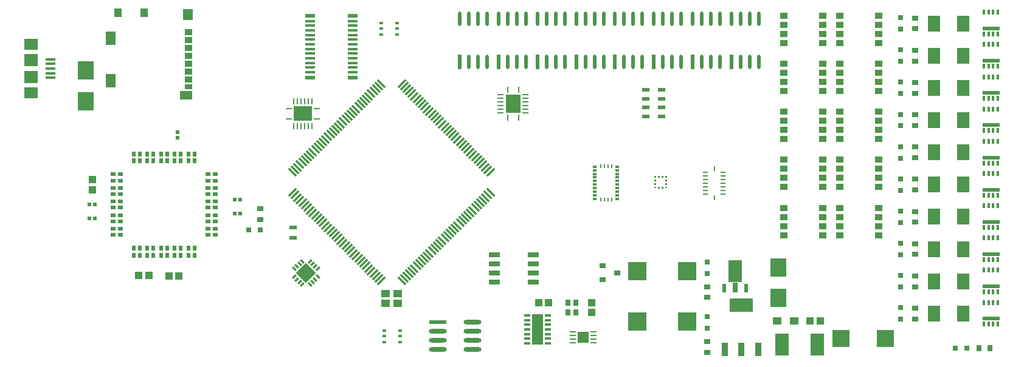
<source format=gbr>
%TF.GenerationSoftware,Altium Limited,Altium Designer,22.4.2 (48)*%
G04 Layer_Color=8421504*
%FSLAX45Y45*%
%MOMM*%
%TF.SameCoordinates,3A7B4B19-9BDF-4AC5-8A71-DEF6C9DA19E2*%
%TF.FilePolarity,Positive*%
%TF.FileFunction,Paste,Top*%
%TF.Part,Single*%
G01*
G75*
%TA.AperFunction,SMDPad,CuDef*%
G04:AMPARAMS|DCode=20|XSize=0.3mm|YSize=1.5mm|CornerRadius=0mm|HoleSize=0mm|Usage=FLASHONLY|Rotation=315.000|XOffset=0mm|YOffset=0mm|HoleType=Round|Shape=Rectangle|*
%AMROTATEDRECTD20*
4,1,4,-0.63640,-0.42426,0.42426,0.63640,0.63640,0.42426,-0.42426,-0.63640,-0.63640,-0.42426,0.0*
%
%ADD20ROTATEDRECTD20*%

G04:AMPARAMS|DCode=21|XSize=0.3mm|YSize=1.5mm|CornerRadius=0mm|HoleSize=0mm|Usage=FLASHONLY|Rotation=45.000|XOffset=0mm|YOffset=0mm|HoleType=Round|Shape=Rectangle|*
%AMROTATEDRECTD21*
4,1,4,0.42426,-0.63640,-0.63640,0.42426,-0.42426,0.63640,0.63640,-0.42426,0.42426,-0.63640,0.0*
%
%ADD21ROTATEDRECTD21*%

%ADD22R,0.28000X0.85000*%
%ADD23R,0.40640X0.68580*%
%ADD24R,1.14000X0.91000*%
%ADD25O,0.50000X2.00000*%
%ADD26R,0.67500X0.25000*%
%ADD27R,0.80000X0.80000*%
%ADD28R,1.05000X1.10000*%
%ADD29R,2.35000X2.45000*%
%ADD30R,0.90000X1.85000*%
%ADD31R,0.55000X1.30000*%
%ADD32R,0.80000X0.80000*%
%ADD33R,3.20000X1.85000*%
%ADD34R,1.10000X0.60000*%
%TA.AperFunction,ConnectorPad*%
%ADD35R,1.35000X0.40000*%
%TA.AperFunction,SMDPad,CuDef*%
%ADD36R,2.05000X2.55000*%
%ADD37R,0.85000X0.28000*%
%TA.AperFunction,SMDPad,SMDef*%
%ADD38R,0.25000X0.47500*%
%ADD39R,0.47500X0.35000*%
%TA.AperFunction,ConnectorPad*%
%ADD41R,1.35000X0.60000*%
%TA.AperFunction,SMDPad,CuDef*%
%ADD42R,2.55000X2.05000*%
%ADD43R,1.35000X1.55000*%
%ADD44R,1.10000X0.85000*%
%TA.AperFunction,ConnectorPad*%
%ADD45R,1.90000X1.80000*%
%TA.AperFunction,SMDPad,CuDef*%
%ADD46R,1.80000X1.17000*%
%ADD49R,1.10000X1.05000*%
%ADD50R,0.90000X0.80000*%
%ADD51R,1.52500X0.65000*%
%ADD52R,0.80000X0.90000*%
G04:AMPARAMS|DCode=53|XSize=0.85mm|YSize=0.25mm|CornerRadius=0.125mm|HoleSize=0mm|Usage=FLASHONLY|Rotation=0.000|XOffset=0mm|YOffset=0mm|HoleType=Round|Shape=RoundedRectangle|*
%AMROUNDEDRECTD53*
21,1,0.85000,0.00000,0,0,0.0*
21,1,0.60000,0.25000,0,0,0.0*
1,1,0.25000,0.30000,0.00000*
1,1,0.25000,-0.30000,0.00000*
1,1,0.25000,-0.30000,0.00000*
1,1,0.25000,0.30000,0.00000*
%
%ADD53ROUNDEDRECTD53*%
%ADD54R,1.50000X1.60000*%
%ADD55R,0.85000X0.35000*%
%ADD56R,1.20000X1.00000*%
%ADD57R,1.65000X4.25000*%
G04:AMPARAMS|DCode=58|XSize=2.46916mm|YSize=0.62213mm|CornerRadius=0.31107mm|HoleSize=0mm|Usage=FLASHONLY|Rotation=0.000|XOffset=0mm|YOffset=0mm|HoleType=Round|Shape=RoundedRectangle|*
%AMROUNDEDRECTD58*
21,1,2.46916,0.00000,0,0,0.0*
21,1,1.84702,0.62213,0,0,0.0*
1,1,0.62213,0.92351,0.00000*
1,1,0.62213,-0.92351,0.00000*
1,1,0.62213,-0.92351,0.00000*
1,1,0.62213,0.92351,0.00000*
%
%ADD58ROUNDEDRECTD58*%
%ADD59P,2.82843X4X180.0*%
G04:AMPARAMS|DCode=60|XSize=0.65mm|YSize=0.25mm|CornerRadius=0mm|HoleSize=0mm|Usage=FLASHONLY|Rotation=45.000|XOffset=0mm|YOffset=0mm|HoleType=Round|Shape=Rectangle|*
%AMROTATEDRECTD60*
4,1,4,-0.14142,-0.31820,-0.31820,-0.14142,0.14142,0.31820,0.31820,0.14142,-0.14142,-0.31820,0.0*
%
%ADD60ROTATEDRECTD60*%

%ADD61R,0.60000X0.40000*%
%ADD62R,0.90000X0.70000*%
%ADD63R,2.43840X0.55880*%
%ADD65R,1.78000X2.16000*%
%ADD66R,2.46916X0.62213*%
%ADD67R,0.80000X1.47500*%
%ADD68R,1.85000X3.12500*%
%ADD69R,0.70000X0.90000*%
%ADD70R,0.51535X0.47247*%
%ADD71R,0.47247X0.51535*%
%ADD72R,2.30000X2.50000*%
%ADD73R,0.50000X2.00000*%
%ADD74R,2.50000X2.50000*%
%ADD75R,1.15000X1.00000*%
%ADD76R,1.95580X3.14960*%
%ADD77R,0.25000X0.67500*%
%ADD79R,1.35000X1.90000*%
%ADD80R,1.00000X1.20000*%
%ADD81R,1.10000X0.75000*%
G04:AMPARAMS|DCode=82|XSize=0.65mm|YSize=0.25mm|CornerRadius=0mm|HoleSize=0mm|Usage=FLASHONLY|Rotation=135.000|XOffset=0mm|YOffset=0mm|HoleType=Round|Shape=Rectangle|*
%AMROTATEDRECTD82*
4,1,4,0.31820,-0.14142,0.14142,-0.31820,-0.31820,0.14142,-0.14142,0.31820,0.31820,-0.14142,0.0*
%
%ADD82ROTATEDRECTD82*%

%TA.AperFunction,Conductor*%
%ADD84R,1.89997X1.57500*%
%TA.AperFunction,NonConductor*%
%ADD133R,0.58003X0.71999*%
%ADD134R,0.57998X0.71999*%
%ADD135R,0.72004X0.57998*%
%ADD136R,0.71999X0.57998*%
%ADD137R,0.71999X0.58003*%
%ADD138R,0.72004X0.58003*%
G36*
X10851416Y3502119D02*
X10852119Y3501416D01*
X10852500Y3500497D01*
Y3500000D01*
Y3480000D01*
Y3479503D01*
X10852119Y3478584D01*
X10851416Y3477881D01*
X10850497Y3477500D01*
X10827002D01*
X10826084Y3477881D01*
X10825380Y3478584D01*
X10825000Y3479503D01*
Y3480000D01*
Y3500000D01*
Y3500497D01*
X10825380Y3501416D01*
X10826084Y3502119D01*
X10827002Y3502500D01*
X10827500D01*
Y3502500D01*
X10850000Y3502500D01*
X10850497D01*
X10851416Y3502119D01*
D02*
G37*
G36*
Y3452119D02*
X10852119Y3451416D01*
X10852500Y3450497D01*
Y3450000D01*
Y3430000D01*
Y3429503D01*
X10852119Y3428584D01*
X10851416Y3427880D01*
X10850497Y3427500D01*
X10850000D01*
Y3427500D01*
X10827500Y3427500D01*
X10827002D01*
X10826084Y3427880D01*
X10825380Y3428584D01*
X10825000Y3429503D01*
Y3430000D01*
Y3450000D01*
Y3450497D01*
X10825380Y3451416D01*
X10826084Y3452119D01*
X10827002Y3452500D01*
X10850497D01*
X10851416Y3452119D01*
D02*
G37*
G36*
X10901416D02*
X10902119Y3451416D01*
X10902500Y3450497D01*
Y3450000D01*
X10902500D01*
X10902500Y3427500D01*
Y3427003D01*
X10902119Y3426084D01*
X10901416Y3425380D01*
X10900497Y3425000D01*
X10879502D01*
X10878584Y3425380D01*
X10877880Y3426084D01*
X10877500Y3427003D01*
Y3427500D01*
Y3450000D01*
Y3450497D01*
X10877880Y3451416D01*
X10878584Y3452119D01*
X10879502Y3452500D01*
X10900497D01*
X10901416Y3452119D01*
D02*
G37*
G36*
X10850000Y3552500D02*
X10850497D01*
X10851416Y3552119D01*
X10852119Y3551416D01*
X10852500Y3550497D01*
Y3550000D01*
D01*
Y3530000D01*
Y3529503D01*
X10852119Y3528584D01*
X10851416Y3527880D01*
X10850497Y3527500D01*
X10850000D01*
Y3527500D01*
X10827500Y3527500D01*
X10827002D01*
X10826084Y3527880D01*
X10825380Y3528584D01*
X10825000Y3529503D01*
Y3530000D01*
D01*
Y3550000D01*
Y3550497D01*
X10825380Y3551416D01*
X10826084Y3552119D01*
X10827002Y3552500D01*
X10827500D01*
D01*
X10850000D01*
D02*
G37*
G36*
X10852500Y3580000D02*
Y3579503D01*
X10852119Y3578584D01*
X10851416Y3577881D01*
X10850497Y3577500D01*
X10850000D01*
D01*
X10827500D01*
X10827002D01*
X10826084Y3577881D01*
X10825380Y3578584D01*
X10825000Y3579503D01*
Y3580000D01*
D01*
Y3600000D01*
Y3600497D01*
X10825380Y3601416D01*
X10826084Y3602120D01*
X10827002Y3602500D01*
X10827500D01*
Y3602500D01*
X10850000Y3602500D01*
X10850497D01*
X10851416Y3602120D01*
X10852119Y3601416D01*
X10852500Y3600497D01*
Y3600000D01*
D01*
Y3580000D01*
D02*
G37*
G36*
X10877500D02*
Y3602500D01*
Y3602997D01*
X10877880Y3603916D01*
X10878584Y3604619D01*
X10879502Y3605000D01*
X10880000D01*
D01*
X10900000D01*
X10900497D01*
X10901416Y3604619D01*
X10902119Y3603916D01*
X10902500Y3602997D01*
Y3602500D01*
X10902500D01*
X10902500Y3580000D01*
Y3579503D01*
X10902119Y3578584D01*
X10901416Y3577881D01*
X10900497Y3577500D01*
X10900000D01*
D01*
X10880000D01*
X10879502D01*
X10878584Y3577881D01*
X10877880Y3578584D01*
X10877500Y3579503D01*
Y3580000D01*
D01*
D02*
G37*
G36*
X10927500Y3450000D02*
Y3450497D01*
X10927880Y3451416D01*
X10928583Y3452119D01*
X10929502Y3452500D01*
X10930000D01*
D01*
X10950000D01*
X10950497D01*
X10951416Y3452119D01*
X10952119Y3451416D01*
X10952500Y3450497D01*
Y3450000D01*
D01*
Y3427500D01*
Y3427003D01*
X10952119Y3426084D01*
X10951416Y3425380D01*
X10950497Y3425000D01*
X10950000D01*
D01*
X10930000D01*
X10929502D01*
X10928583Y3425380D01*
X10927880Y3426084D01*
X10927500Y3427003D01*
Y3427500D01*
X10927500D01*
X10927500Y3450000D01*
D02*
G37*
G36*
X11002500Y3452500D02*
X11002997D01*
X11003916Y3452119D01*
X11004619Y3451416D01*
X11005000Y3450497D01*
Y3450000D01*
D01*
Y3430000D01*
Y3429503D01*
X11004619Y3428584D01*
X11003916Y3427880D01*
X11002997Y3427500D01*
X11002500D01*
Y3427500D01*
X10980000Y3427500D01*
X10979503D01*
X10978584Y3427880D01*
X10977880Y3428584D01*
X10977500Y3429503D01*
Y3430000D01*
D01*
Y3450000D01*
Y3450497D01*
X10977880Y3451416D01*
X10978584Y3452119D01*
X10979503Y3452500D01*
X10980000D01*
D01*
X11002500D01*
D02*
G37*
G36*
X10977500Y3480000D02*
Y3500000D01*
Y3500497D01*
X10977880Y3501416D01*
X10978584Y3502119D01*
X10979503Y3502500D01*
X10980000D01*
Y3502500D01*
X11002500Y3502500D01*
X11002997D01*
X11003916Y3502119D01*
X11004619Y3501416D01*
X11005000Y3500497D01*
Y3500000D01*
D01*
Y3480000D01*
Y3479503D01*
X11004619Y3478584D01*
X11003916Y3477881D01*
X11002997Y3477500D01*
X11002500D01*
D01*
X10980000D01*
X10979503D01*
X10978584Y3477881D01*
X10977880Y3478584D01*
X10977500Y3479503D01*
Y3480000D01*
D01*
D02*
G37*
G36*
X11003916Y3602120D02*
X11004619Y3601416D01*
X11005000Y3600497D01*
Y3600000D01*
Y3580000D01*
Y3579503D01*
X11004619Y3578584D01*
X11003916Y3577881D01*
X11002997Y3577500D01*
X10979503D01*
X10978584Y3577881D01*
X10977880Y3578584D01*
X10977500Y3579503D01*
Y3580000D01*
Y3600000D01*
Y3600497D01*
X10977880Y3601416D01*
X10978584Y3602120D01*
X10979503Y3602500D01*
X10980000D01*
Y3602500D01*
X11002500Y3602500D01*
X11002997D01*
X11003916Y3602120D01*
D02*
G37*
G36*
X10951416Y3604619D02*
X10952119Y3603916D01*
X10952500Y3602997D01*
Y3602500D01*
Y3580000D01*
Y3579503D01*
X10952119Y3578584D01*
X10951416Y3577881D01*
X10950497Y3577500D01*
X10929502D01*
X10928583Y3577881D01*
X10927880Y3578584D01*
X10927500Y3579503D01*
Y3580000D01*
X10927500D01*
X10927500Y3602500D01*
Y3602997D01*
X10927880Y3603916D01*
X10928583Y3604619D01*
X10929502Y3605000D01*
X10950497D01*
X10951416Y3604619D01*
D02*
G37*
G36*
X11003916Y3552119D02*
X11004619Y3551416D01*
X11005000Y3550497D01*
Y3550000D01*
Y3530000D01*
Y3529503D01*
X11004619Y3528584D01*
X11003916Y3527880D01*
X11002997Y3527500D01*
X11002500D01*
Y3527500D01*
X10980000Y3527500D01*
X10979503D01*
X10978584Y3527880D01*
X10977880Y3528584D01*
X10977500Y3529503D01*
Y3530000D01*
Y3550000D01*
Y3550497D01*
X10977880Y3551416D01*
X10978584Y3552119D01*
X10979503Y3552500D01*
X11002997D01*
X11003916Y3552119D01*
D02*
G37*
D20*
X6141117Y3016168D02*
D03*
X6423959Y2733325D02*
D03*
X6530024Y2627262D02*
D03*
X6565381Y2591904D02*
D03*
X6600734Y2556551D02*
D03*
X6706802Y2450484D02*
D03*
X6671445Y2485841D02*
D03*
X6636091Y2521194D02*
D03*
X6211828Y2945457D02*
D03*
X6388602Y2768682D02*
D03*
X6105760Y3051525D02*
D03*
X6070407Y3086878D02*
D03*
X5858275Y3299010D02*
D03*
X5822918Y3334367D02*
D03*
X6176471Y2980814D02*
D03*
X7661396Y4536446D02*
D03*
X8121012Y4076829D02*
D03*
X6035050Y3122235D02*
D03*
X6494670Y2662615D02*
D03*
X6989644Y2167641D02*
D03*
X7307843Y4889999D02*
D03*
X7343196Y4854645D02*
D03*
X7378553Y4819288D02*
D03*
X7413907Y4783935D02*
D03*
X7449264Y4748578D02*
D03*
X7484617Y4713224D02*
D03*
X7519975Y4677867D02*
D03*
X7555328Y4642514D02*
D03*
X7590685Y4607157D02*
D03*
X7626039Y4571803D02*
D03*
X7696749Y4501093D02*
D03*
X7732106Y4465736D02*
D03*
X7767460Y4430382D02*
D03*
X7802817Y4395025D02*
D03*
X7838170Y4359671D02*
D03*
X7873528Y4324314D02*
D03*
X7908881Y4288961D02*
D03*
X7944238Y4253604D02*
D03*
X7979591Y4218250D02*
D03*
X8014948Y4182893D02*
D03*
X8050302Y4147540D02*
D03*
X8085659Y4112183D02*
D03*
X8156370Y4041472D02*
D03*
X8191723Y4006119D02*
D03*
X8227080Y3970762D02*
D03*
X8262434Y3935408D02*
D03*
X8297791Y3900051D02*
D03*
X8333144Y3864698D02*
D03*
X8368501Y3829341D02*
D03*
X8403854Y3793987D02*
D03*
X8439211Y3758630D02*
D03*
X8474565Y3723277D02*
D03*
X8509922Y3687920D02*
D03*
X8545276Y3652566D02*
D03*
X7024997Y2132288D02*
D03*
X6954287Y2202998D02*
D03*
X6918933Y2238352D02*
D03*
X6883576Y2273709D02*
D03*
X6848223Y2309062D02*
D03*
X6812866Y2344419D02*
D03*
X6777512Y2379773D02*
D03*
X6742155Y2415130D02*
D03*
X6459313Y2697972D02*
D03*
X6353249Y2804036D02*
D03*
X6317892Y2839393D02*
D03*
X6282538Y2874747D02*
D03*
X6247181Y2910104D02*
D03*
X5999696Y3157589D02*
D03*
X5964339Y3192946D02*
D03*
X5928986Y3228299D02*
D03*
X5893629Y3263656D02*
D03*
X5787565Y3369720D02*
D03*
D21*
X8227080Y3051528D02*
D03*
X8262434Y3086882D02*
D03*
X8297791Y3122239D02*
D03*
X8333144Y3157592D02*
D03*
X6671448Y4536446D02*
D03*
X6706805Y4571803D02*
D03*
X7626039Y2450487D02*
D03*
X7590685Y2415134D02*
D03*
X6742159Y4607157D02*
D03*
X5999700Y3864698D02*
D03*
X6035053Y3900051D02*
D03*
X6848226Y4713224D02*
D03*
X6459317Y4324315D02*
D03*
X6423963Y4288961D02*
D03*
X8509922Y3334371D02*
D03*
X8014948Y2839397D02*
D03*
X6636095Y4501093D02*
D03*
X8545276Y3369724D02*
D03*
X8474565Y3299013D02*
D03*
X8439211Y3263660D02*
D03*
X8403854Y3228303D02*
D03*
X8368501Y3192949D02*
D03*
X8191723Y3016171D02*
D03*
X8156370Y2980818D02*
D03*
X8121012Y2945461D02*
D03*
X8085659Y2910107D02*
D03*
X8050302Y2874750D02*
D03*
X7979591Y2804040D02*
D03*
X7944238Y2768686D02*
D03*
X7908881Y2733329D02*
D03*
X7873527Y2697976D02*
D03*
X7838170Y2662619D02*
D03*
X7802817Y2627265D02*
D03*
X7767460Y2591908D02*
D03*
X7732106Y2556555D02*
D03*
X7696749Y2521198D02*
D03*
X7661396Y2485844D02*
D03*
X7555328Y2379777D02*
D03*
X7519975Y2344423D02*
D03*
X7484617Y2309066D02*
D03*
X7449264Y2273712D02*
D03*
X7413907Y2238355D02*
D03*
X7378553Y2203002D02*
D03*
X7343196Y2167645D02*
D03*
X7307843Y2132291D02*
D03*
X5787568Y3652566D02*
D03*
X5822922Y3687920D02*
D03*
X5858279Y3723277D02*
D03*
X5893632Y3758630D02*
D03*
X5928989Y3793987D02*
D03*
X5964343Y3829341D02*
D03*
X6070411Y3935408D02*
D03*
X6105764Y3970762D02*
D03*
X6141121Y4006119D02*
D03*
X6176474Y4041472D02*
D03*
X6211831Y4076829D02*
D03*
X6247185Y4112183D02*
D03*
X6282542Y4147540D02*
D03*
X6317895Y4182893D02*
D03*
X6353252Y4218250D02*
D03*
X6388606Y4253604D02*
D03*
X6494674Y4359672D02*
D03*
X6530027Y4395025D02*
D03*
X6565384Y4430382D02*
D03*
X6600738Y4465736D02*
D03*
X6777516Y4642514D02*
D03*
X6812869Y4677867D02*
D03*
X6883580Y4748578D02*
D03*
X6918937Y4783935D02*
D03*
X6954290Y4819288D02*
D03*
X6989647Y4854645D02*
D03*
X7025001Y4889999D02*
D03*
D22*
X5807500Y4642500D02*
D03*
X8784999Y4412499D02*
D03*
X5907500Y4642500D02*
D03*
X6057500D02*
D03*
X6007500D02*
D03*
X5957500D02*
D03*
X5857500D02*
D03*
X5807500Y4297500D02*
D03*
X5857500D02*
D03*
X5907500Y4297500D02*
D03*
X5957500D02*
D03*
X6007500D02*
D03*
X6057500D02*
D03*
X8784999Y4807500D02*
D03*
X8935002Y4412499D02*
D03*
Y4807500D02*
D03*
D23*
X15610001Y5884997D02*
D03*
X15545001D02*
D03*
X15545004Y5434997D02*
D03*
X15480003Y5884997D02*
D03*
X15480005Y5434997D02*
D03*
X15610002D02*
D03*
X15480005Y4984997D02*
D03*
X15545004D02*
D03*
X15610002D02*
D03*
X15609998Y4534997D02*
D03*
X15545004Y4084997D02*
D03*
X15610002D02*
D03*
X15480000Y4534997D02*
D03*
X15545000D02*
D03*
X15480005Y4084997D02*
D03*
Y3634998D02*
D03*
X15610002D02*
D03*
X15545004D02*
D03*
X15609998Y3184998D02*
D03*
X15545004Y2734998D02*
D03*
X15610002D02*
D03*
X15480000Y3184998D02*
D03*
X15545000D02*
D03*
X15480005Y2734998D02*
D03*
X15609998Y2284998D02*
D03*
X15545000Y1834998D02*
D03*
X15609998D02*
D03*
X15545000Y2284998D02*
D03*
X15480000D02*
D03*
Y1834998D02*
D03*
X15415004Y5582737D02*
D03*
X15480003D02*
D03*
X15545001D02*
D03*
X15610001D02*
D03*
X15415004Y5884997D02*
D03*
X15415001Y1532738D02*
D03*
X15480000D02*
D03*
X15545000D02*
D03*
X15609998D02*
D03*
X15415001Y1834998D02*
D03*
X15415007Y3634998D02*
D03*
X15610002Y3332738D02*
D03*
X15545004D02*
D03*
X15480005D02*
D03*
X15415007D02*
D03*
Y2734998D02*
D03*
X15610002Y2432738D02*
D03*
X15545004D02*
D03*
X15480005D02*
D03*
X15415007D02*
D03*
X15415001Y4534997D02*
D03*
X15609998Y4232737D02*
D03*
X15545000D02*
D03*
X15480000D02*
D03*
X15415001D02*
D03*
X15415007Y5434997D02*
D03*
X15610002Y5132737D02*
D03*
X15545004D02*
D03*
X15480005D02*
D03*
X15415007D02*
D03*
X15415001Y3184998D02*
D03*
X15609998Y2882738D02*
D03*
X15545000D02*
D03*
X15480000D02*
D03*
X15415001D02*
D03*
X15415007Y4084997D02*
D03*
X15610002Y3782737D02*
D03*
X15545004D02*
D03*
X15480005D02*
D03*
X15415007D02*
D03*
X15415001Y2284998D02*
D03*
X15609998Y1982738D02*
D03*
X15545000D02*
D03*
X15480000D02*
D03*
X15415001D02*
D03*
X15415007Y4984997D02*
D03*
X15610002Y4682737D02*
D03*
X15545004D02*
D03*
X15480005D02*
D03*
X15415007D02*
D03*
D24*
X13406996Y5454500D02*
D03*
Y5708500D02*
D03*
Y5038500D02*
D03*
Y4784500D02*
D03*
X12626997Y5708500D02*
D03*
Y5454500D02*
D03*
Y5038500D02*
D03*
X13406996Y4368501D02*
D03*
Y4114501D02*
D03*
Y3698501D02*
D03*
X12626997Y4784500D02*
D03*
Y4368501D02*
D03*
Y4114501D02*
D03*
Y3698501D02*
D03*
X13406996Y3444501D02*
D03*
X12626997D02*
D03*
X13406996Y2774501D02*
D03*
Y3028501D02*
D03*
X12626997D02*
D03*
Y2774501D02*
D03*
X13406996Y5835500D02*
D03*
Y5581500D02*
D03*
X13952995Y5835500D02*
D03*
Y5708500D02*
D03*
Y5581500D02*
D03*
Y5454500D02*
D03*
X12626997Y3155501D02*
D03*
Y2901501D02*
D03*
X13172997Y3155501D02*
D03*
Y3028501D02*
D03*
Y2901501D02*
D03*
Y2774501D02*
D03*
X13406996Y3155501D02*
D03*
Y2901501D02*
D03*
X13952995Y3155501D02*
D03*
Y3028501D02*
D03*
Y2901501D02*
D03*
Y2774501D02*
D03*
X12626997Y3825501D02*
D03*
Y3571501D02*
D03*
X13172997Y3825501D02*
D03*
Y3698501D02*
D03*
Y3571501D02*
D03*
Y3444501D02*
D03*
X13406996Y3825501D02*
D03*
Y3571501D02*
D03*
X13952995Y3825501D02*
D03*
Y3698501D02*
D03*
Y3571501D02*
D03*
Y3444501D02*
D03*
X12626997Y4495501D02*
D03*
Y4241501D02*
D03*
X13172997Y4495501D02*
D03*
Y4368501D02*
D03*
Y4241501D02*
D03*
Y4114501D02*
D03*
X13406996Y4495501D02*
D03*
Y4241501D02*
D03*
X13952995Y4495501D02*
D03*
Y4368501D02*
D03*
Y4241501D02*
D03*
Y4114501D02*
D03*
X12626997Y5165500D02*
D03*
Y4911500D02*
D03*
X13172997Y5165500D02*
D03*
Y5038500D02*
D03*
Y4911500D02*
D03*
Y4784500D02*
D03*
X13406996Y5165500D02*
D03*
Y4911500D02*
D03*
X13952995Y5165500D02*
D03*
Y5038500D02*
D03*
Y4911500D02*
D03*
Y4784500D02*
D03*
X12626997Y5835500D02*
D03*
Y5581500D02*
D03*
X13172997Y5835500D02*
D03*
Y5708500D02*
D03*
Y5581500D02*
D03*
Y5454500D02*
D03*
D25*
X12279997Y5190000D02*
D03*
X11199997D02*
D03*
X11739997D02*
D03*
X10659997D02*
D03*
X10119997D02*
D03*
X9579997D02*
D03*
X9039997D02*
D03*
X8499997D02*
D03*
X9579997Y5789998D02*
D03*
X9452997D02*
D03*
X9325997D02*
D03*
X9198997D02*
D03*
X9452997Y5190000D02*
D03*
X9325997D02*
D03*
X10119997Y5789998D02*
D03*
X9992997D02*
D03*
X9865997D02*
D03*
X9738997D02*
D03*
X9992997Y5190000D02*
D03*
X9865997D02*
D03*
X9039997Y5789998D02*
D03*
X8912997D02*
D03*
X8785997D02*
D03*
X8658997D02*
D03*
X8912997Y5190000D02*
D03*
X8785997D02*
D03*
X8245997D02*
D03*
X8372997D02*
D03*
X8118997Y5789998D02*
D03*
X8245997D02*
D03*
X8372997D02*
D03*
X8499997D02*
D03*
X11199997D02*
D03*
X11072997D02*
D03*
X10945997D02*
D03*
X10818997D02*
D03*
X11072997Y5190000D02*
D03*
X10945997D02*
D03*
X12279997Y5789998D02*
D03*
X12152997D02*
D03*
X12025997D02*
D03*
X11898997D02*
D03*
X12152997Y5190000D02*
D03*
X12025997D02*
D03*
X10659997Y5789998D02*
D03*
X10532997D02*
D03*
X10405997D02*
D03*
X10278997D02*
D03*
X10532997Y5190000D02*
D03*
X10405997D02*
D03*
X11739997Y5789998D02*
D03*
X11612997D02*
D03*
X11485997D02*
D03*
X11358997D02*
D03*
X11612997Y5190000D02*
D03*
X11485997D02*
D03*
D26*
X11786250Y3600000D02*
D03*
Y3500000D02*
D03*
Y3400000D02*
D03*
Y3349998D02*
D03*
Y3649997D02*
D03*
Y3549997D02*
D03*
Y3449998D02*
D03*
X11533749Y3349998D02*
D03*
Y3400000D02*
D03*
Y3449998D02*
D03*
Y3500000D02*
D03*
Y3549997D02*
D03*
Y3600000D02*
D03*
Y3649997D02*
D03*
D27*
X15020001Y1195001D02*
D03*
X5180000Y2845000D02*
D03*
X5340000D02*
D03*
X15180000Y1195001D02*
D03*
D28*
X13135001Y1575001D02*
D03*
X9215000Y1830000D02*
D03*
X3650000Y2210000D02*
D03*
X4205000Y2205000D02*
D03*
X9355000Y1830000D02*
D03*
X3790000Y2210000D02*
D03*
X4065000Y2205000D02*
D03*
X12995003Y1575001D02*
D03*
D29*
X13425002Y1335002D02*
D03*
X14045000D02*
D03*
D30*
X12040000Y1180000D02*
D03*
X11810000D02*
D03*
X12270000D02*
D03*
D31*
X11800000Y2031200D02*
D03*
X12100000D02*
D03*
D32*
X11560001Y2395002D02*
D03*
Y1635000D02*
D03*
X14255000Y5809994D02*
D03*
Y5649994D02*
D03*
Y1759995D02*
D03*
Y1599995D02*
D03*
Y2209995D02*
D03*
Y2049995D02*
D03*
X14254997Y5359996D02*
D03*
Y5199992D02*
D03*
Y4909991D02*
D03*
Y4749992D02*
D03*
Y4459997D02*
D03*
Y4299997D02*
D03*
Y4009997D02*
D03*
Y3849992D02*
D03*
Y3559992D02*
D03*
Y3399992D02*
D03*
Y3109997D02*
D03*
Y2949997D02*
D03*
Y2659997D02*
D03*
Y2499992D02*
D03*
X11560001Y2234997D02*
D03*
Y1475000D02*
D03*
D33*
X12040000Y1800000D02*
D03*
D34*
X10707502Y4679998D02*
D03*
Y4555000D02*
D03*
Y4805002D02*
D03*
Y4430001D02*
D03*
X10927502D02*
D03*
Y4555000D02*
D03*
Y4679998D02*
D03*
Y4805002D02*
D03*
X5800001Y2880002D02*
D03*
Y2739997D02*
D03*
D35*
X6622500Y5632501D02*
D03*
X2417498Y4969999D02*
D03*
X6622500Y5697501D02*
D03*
Y5762501D02*
D03*
Y5567501D02*
D03*
Y5502501D02*
D03*
X6037500D02*
D03*
Y5567501D02*
D03*
Y5762501D02*
D03*
Y5697501D02*
D03*
Y5632501D02*
D03*
Y5437500D02*
D03*
Y5372500D02*
D03*
Y5307500D02*
D03*
Y5242500D02*
D03*
Y5047500D02*
D03*
Y5112500D02*
D03*
Y5177500D02*
D03*
X6622500D02*
D03*
Y5112500D02*
D03*
Y5047500D02*
D03*
Y5242500D02*
D03*
Y5307500D02*
D03*
Y5372500D02*
D03*
Y5437500D02*
D03*
X2417498Y5229998D02*
D03*
Y5034998D02*
D03*
Y5100001D02*
D03*
X2417499Y5165000D02*
D03*
D36*
X8860001Y4609999D02*
D03*
D37*
X8687499Y4585001D02*
D03*
X5735000Y4545000D02*
D03*
X8687499Y4485001D02*
D03*
X6130000Y4545000D02*
D03*
X5735000Y4395000D02*
D03*
X6130000D02*
D03*
X8687499Y4734998D02*
D03*
Y4685001D02*
D03*
Y4634998D02*
D03*
Y4534998D02*
D03*
X9032502Y4485001D02*
D03*
Y4534998D02*
D03*
X9032502Y4585001D02*
D03*
X9032502Y4634998D02*
D03*
Y4685001D02*
D03*
Y4734998D02*
D03*
D38*
X10230003Y3736250D02*
D03*
X10080000D02*
D03*
X10180000Y3273752D02*
D03*
X10129998D02*
D03*
X10230003D02*
D03*
X10080000D02*
D03*
X10129998Y3736250D02*
D03*
X10180000D02*
D03*
D39*
X9998751Y3730002D02*
D03*
X10311252Y3530002D02*
D03*
Y3730002D02*
D03*
Y3679999D02*
D03*
Y3630002D02*
D03*
Y3580000D02*
D03*
Y3480000D02*
D03*
Y3430003D02*
D03*
Y3380000D02*
D03*
Y3330003D02*
D03*
Y3280000D02*
D03*
X9998751D02*
D03*
Y3330003D02*
D03*
Y3380000D02*
D03*
Y3430003D02*
D03*
Y3480000D02*
D03*
Y3530002D02*
D03*
Y3580000D02*
D03*
Y3630002D02*
D03*
Y3679999D02*
D03*
D41*
X6037500Y4972500D02*
D03*
Y5837501D02*
D03*
X6622500Y4972500D02*
D03*
Y5837501D02*
D03*
D42*
X5932500Y4470000D02*
D03*
D43*
X4328748Y5857250D02*
D03*
D44*
X4341250Y5061249D02*
D03*
Y5611251D02*
D03*
Y5501248D02*
D03*
Y5391251D02*
D03*
X4341250Y5281249D02*
D03*
X4341250Y5171252D02*
D03*
X4341250Y4951252D02*
D03*
D45*
X2150001Y5214997D02*
D03*
X2150001Y4985000D02*
D03*
D46*
X4306249Y4725248D02*
D03*
D49*
X3000000Y3550000D02*
D03*
X9950000Y1835000D02*
D03*
Y1695000D02*
D03*
X3000000Y3410000D02*
D03*
D50*
X10104998Y2154999D02*
D03*
Y2345001D02*
D03*
X10305003Y2250000D02*
D03*
D51*
X8598800Y2120491D02*
D03*
Y2374491D02*
D03*
Y2247491D02*
D03*
X9141200Y2120491D02*
D03*
Y2247491D02*
D03*
Y2374491D02*
D03*
Y2501491D02*
D03*
X8598800D02*
D03*
D52*
X9735000Y1835000D02*
D03*
X9625000Y1695000D02*
D03*
Y1835000D02*
D03*
X9735000Y1695000D02*
D03*
D53*
X9980000Y1425000D02*
D03*
X9690000Y1375000D02*
D03*
X9980000D02*
D03*
Y1325000D02*
D03*
Y1275000D02*
D03*
X9690000D02*
D03*
Y1325000D02*
D03*
Y1425000D02*
D03*
D54*
X9835000Y1350000D02*
D03*
D55*
X9345000Y1655000D02*
D03*
Y1265000D02*
D03*
Y1330000D02*
D03*
Y1395000D02*
D03*
Y1460000D02*
D03*
Y1525000D02*
D03*
Y1590000D02*
D03*
X9055000Y1655000D02*
D03*
Y1590000D02*
D03*
Y1525000D02*
D03*
Y1460000D02*
D03*
Y1395000D02*
D03*
Y1330000D02*
D03*
Y1265000D02*
D03*
D56*
X7249999Y1825001D02*
D03*
X7080002Y1954998D02*
D03*
Y1825001D02*
D03*
X7249999Y1954998D02*
D03*
D57*
X9200000Y1460000D02*
D03*
D58*
X7813640Y1433500D02*
D03*
Y1306500D02*
D03*
Y1179500D02*
D03*
X8296360D02*
D03*
Y1306500D02*
D03*
Y1433500D02*
D03*
Y1560500D02*
D03*
D59*
X5977364Y2248432D02*
D03*
D60*
X5850085Y2156506D02*
D03*
X6033932Y2411068D02*
D03*
X6069289Y2375711D02*
D03*
X6104643Y2340357D02*
D03*
X6140000Y2305000D02*
D03*
X5920795Y2085796D02*
D03*
X5885438Y2121153D02*
D03*
X5814728Y2191863D02*
D03*
D61*
X7285000Y1284999D02*
D03*
Y1365000D02*
D03*
Y1445000D02*
D03*
X7065000D02*
D03*
Y1365000D02*
D03*
Y1284999D02*
D03*
X7025000Y5576361D02*
D03*
Y5656361D02*
D03*
Y5736361D02*
D03*
X7245000D02*
D03*
X7245000Y5656361D02*
D03*
Y5576361D02*
D03*
D62*
X14460001Y5654994D02*
D03*
Y5804994D02*
D03*
X14460001Y5354995D02*
D03*
Y4904996D02*
D03*
Y4454991D02*
D03*
Y4004996D02*
D03*
Y3554996D02*
D03*
Y2654996D02*
D03*
Y2204996D02*
D03*
Y1754991D02*
D03*
Y3104991D02*
D03*
X5340000Y3145000D02*
D03*
Y2995000D02*
D03*
X11559998Y1290001D02*
D03*
Y1139999D02*
D03*
X11560000Y2055001D02*
D03*
Y1904999D02*
D03*
X14460001Y1604994D02*
D03*
Y3404999D02*
D03*
Y2504994D02*
D03*
Y4304993D02*
D03*
Y5204993D02*
D03*
Y2954994D02*
D03*
Y3854994D02*
D03*
Y2054999D02*
D03*
Y4754993D02*
D03*
D63*
X15512502Y5658227D02*
D03*
Y1608227D02*
D03*
Y3408226D02*
D03*
Y2508227D02*
D03*
Y4308226D02*
D03*
Y5208226D02*
D03*
Y2958226D02*
D03*
Y3858226D02*
D03*
Y2058227D02*
D03*
Y4758226D02*
D03*
D65*
X15122501Y5729994D02*
D03*
X14717500D02*
D03*
X14717499Y5279996D02*
D03*
X14717503Y4829996D02*
D03*
X14717500Y4379997D02*
D03*
X14717499Y3929997D02*
D03*
X14717500Y3479997D02*
D03*
X14717499Y2579997D02*
D03*
X14717500Y2129997D02*
D03*
X14722501Y1679997D02*
D03*
X14717500Y3029997D02*
D03*
X15127498Y1679997D02*
D03*
X15122499Y3479997D02*
D03*
X15122502Y2579997D02*
D03*
X15122498Y4379997D02*
D03*
X15122502Y5279996D02*
D03*
X15122498Y3029997D02*
D03*
X15122502Y3929997D02*
D03*
X15122499Y2129997D02*
D03*
X15122501Y4829996D02*
D03*
D66*
X7813640Y1560500D02*
D03*
D67*
X11950000Y2040000D02*
D03*
D68*
Y2270000D02*
D03*
D69*
X15495001Y1195000D02*
D03*
X15345000D02*
D03*
D70*
X2962144Y3010000D02*
D03*
X3037856D02*
D03*
X5057857Y3075000D02*
D03*
X4982144D02*
D03*
X3037857Y3200000D02*
D03*
X2962144D02*
D03*
X4982144Y3275000D02*
D03*
X5057856D02*
D03*
D71*
X4185000Y4137144D02*
D03*
Y4212856D02*
D03*
D72*
X12550000Y2324999D02*
D03*
Y1895002D02*
D03*
X2910000Y4640000D02*
D03*
Y5070000D02*
D03*
D73*
X9198997Y5190000D02*
D03*
X9738997D02*
D03*
X8658997D02*
D03*
X8118997D02*
D03*
X10818997D02*
D03*
X11898997D02*
D03*
X10278997D02*
D03*
X11358997D02*
D03*
D74*
X11285001Y1570001D02*
D03*
X11285001Y2269999D02*
D03*
X10585002Y1570000D02*
D03*
Y2269999D02*
D03*
D75*
X12537499Y1579998D02*
D03*
X12772499D02*
D03*
D76*
X12604891Y1244999D02*
D03*
X13095111D02*
D03*
D77*
X11659997Y3298746D02*
D03*
Y3701249D02*
D03*
D79*
X3258748Y4927752D02*
D03*
Y5524748D02*
D03*
D80*
X3726250Y5874750D02*
D03*
X3356248D02*
D03*
D81*
X4341250Y4846248D02*
D03*
D82*
X5814728Y2305000D02*
D03*
X5850085Y2340357D02*
D03*
X5885438Y2375711D02*
D03*
X5920795Y2411068D02*
D03*
X6140000Y2191863D02*
D03*
X6104643Y2156506D02*
D03*
X6069289Y2121152D02*
D03*
X6033932Y2085795D02*
D03*
D84*
X2150000Y5438765D02*
D03*
X2149993Y4761259D02*
D03*
D133*
X3577520Y2489999D02*
D03*
Y2589998D02*
D03*
X4232520Y2489999D02*
D03*
Y2589998D02*
D03*
Y3910001D02*
D03*
Y3810001D02*
D03*
X3577520Y3910001D02*
D03*
Y3810001D02*
D03*
X3957519Y3910001D02*
D03*
Y3810001D02*
D03*
Y2489999D02*
D03*
Y2589998D02*
D03*
D134*
X3662521Y2489999D02*
D03*
Y2589998D02*
D03*
X3767520Y2489999D02*
D03*
Y2589998D02*
D03*
X3852518Y2489999D02*
D03*
Y2589998D02*
D03*
X4147519Y2489999D02*
D03*
Y2589998D02*
D03*
X4337521Y2489999D02*
D03*
Y2589998D02*
D03*
X4422519Y2489999D02*
D03*
Y2589998D02*
D03*
Y3910001D02*
D03*
Y3810001D02*
D03*
X4337521Y3910001D02*
D03*
Y3810001D02*
D03*
X4147519Y3910001D02*
D03*
Y3810001D02*
D03*
X3852518Y3910001D02*
D03*
Y3810001D02*
D03*
X3767520Y3910001D02*
D03*
Y3810001D02*
D03*
X3662521Y3910001D02*
D03*
Y3810001D02*
D03*
X4042520Y3910001D02*
D03*
Y3810001D02*
D03*
Y2489999D02*
D03*
Y2589998D02*
D03*
D135*
X4710020Y2777501D02*
D03*
X4610020D02*
D03*
X4710020Y2862500D02*
D03*
X4610020D02*
D03*
X4710020Y3537500D02*
D03*
X4610020D02*
D03*
X4710020Y3622498D02*
D03*
X4610020D02*
D03*
X4710020Y2967549D02*
D03*
X4610020D02*
D03*
X4710020Y3432450D02*
D03*
X4610020D02*
D03*
X4710020Y3242499D02*
D03*
X4610020D02*
D03*
X4710020Y3157500D02*
D03*
X4610020D02*
D03*
D136*
X3290020Y3622498D02*
D03*
X3390020D02*
D03*
X3290020Y3537500D02*
D03*
X3390020D02*
D03*
X3290020Y2862500D02*
D03*
X3390020D02*
D03*
X3290020Y2777501D02*
D03*
X3390020D02*
D03*
X3290020Y2967498D02*
D03*
X3390020D02*
D03*
X3290020Y3432450D02*
D03*
X3390020D02*
D03*
X3290020Y3242499D02*
D03*
X3390020D02*
D03*
X3290020Y3157500D02*
D03*
X3390020D02*
D03*
D137*
X3290020Y3052550D02*
D03*
X3390020D02*
D03*
X3290020Y3347449D02*
D03*
X3390020D02*
D03*
D138*
X4710020Y3052550D02*
D03*
X4610020D02*
D03*
X4710020Y3347449D02*
D03*
X4610020D02*
D03*
%TF.MD5,65f4ce80816fd57d57d1f58024738e5a*%
M02*

</source>
